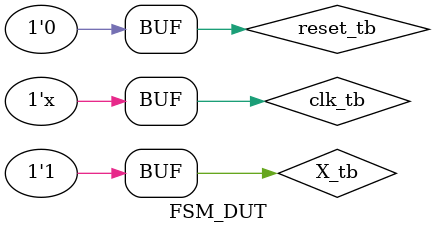
<source format=v>

module FSM (X,clk,reset,Y,current_state);
  
  output reg Y;
  
  input clk,reset,X;
  
  output reg [1:0]current_state ;
  
  parameter A=2'b00;
  parameter B=2'b01;
  parameter C=2'b10;
  parameter D=2'b11;
  
  initial 
  begin
    current_state = A;
    Y = 0;
  end
  
  always @(posedge clk or posedge reset)
  begin
    if(reset)
      begin
        current_state =A;
        Y=0;
      end
      
    else 
    begin
 
      case(current_state)
        A: begin 
          Y<=0;
          if(X==0)
            current_state<=A;
          else
            current_state<=B;  
            
        end
   
        B: begin 
          Y<=0;
          if(X==0)
            current_state<=C;
          else
            current_state<=B;     
        end
 
        C: begin 
          Y<=0;
          if(X==0)
            current_state<=C;
          else
            current_state<=D;      
        end
        
        D: begin 
          Y<=1;
          if(X==0)
            current_state<=D;
          else
            current_state<=A;    
        end
        
      endcase
 
    end
    
  end
  
endmodule 


module FSM_DUT();
  
  reg X_tb,clk_tb,reset_tb;
  
  wire Y_tb;
  wire [1:0]cs_tb;
  
  initial
  begin
    reset_tb=0;
    clk_tb=0;
  end
  
  always
  begin
   #5 clk_tb =~clk_tb;
  end
  
  initial 
  begin
     X_tb =1;
    #10 X_tb =0;
    #10 X_tb =1;
    
  end
  
  FSM moore (X_tb,clk_tb,reset_tb,Y_tb,cs_tb);
  
  
endmodule
</source>
